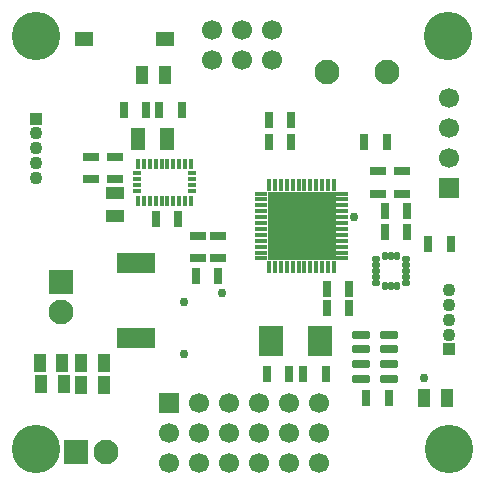
<source format=gts>
G04*
G04 #@! TF.GenerationSoftware,Altium Limited,Altium Designer,22.10.1 (41)*
G04*
G04 Layer_Color=8388736*
%FSLAX25Y25*%
%MOIN*%
G70*
G04*
G04 #@! TF.SameCoordinates,0245A464-56C0-4E7C-B2BA-3340792428E8*
G04*
G04*
G04 #@! TF.FilePolarity,Negative*
G04*
G01*
G75*
%ADD34R,0.12598X0.06772*%
%ADD35R,0.04213X0.06024*%
%ADD36R,0.01575X0.03248*%
%ADD37R,0.02854X0.01575*%
%ADD38R,0.03150X0.05512*%
G04:AMPARAMS|DCode=39|XSize=57.48mil|YSize=26.77mil|CornerRadius=4.52mil|HoleSize=0mil|Usage=FLASHONLY|Rotation=180.000|XOffset=0mil|YOffset=0mil|HoleType=Round|Shape=RoundedRectangle|*
%AMROUNDEDRECTD39*
21,1,0.05748,0.01774,0,0,180.0*
21,1,0.04845,0.02677,0,0,180.0*
1,1,0.00904,-0.02422,0.00887*
1,1,0.00904,0.02422,0.00887*
1,1,0.00904,0.02422,-0.00887*
1,1,0.00904,-0.02422,-0.00887*
%
%ADD39ROUNDEDRECTD39*%
G04:AMPARAMS|DCode=40|XSize=57.48mil|YSize=26.77mil|CornerRadius=4.62mil|HoleSize=0mil|Usage=FLASHONLY|Rotation=180.000|XOffset=0mil|YOffset=0mil|HoleType=Round|Shape=RoundedRectangle|*
%AMROUNDEDRECTD40*
21,1,0.05748,0.01753,0,0,180.0*
21,1,0.04824,0.02677,0,0,180.0*
1,1,0.00924,-0.02412,0.00876*
1,1,0.00924,0.02412,0.00876*
1,1,0.00924,0.02412,-0.00876*
1,1,0.00924,-0.02412,-0.00876*
%
%ADD40ROUNDEDRECTD40*%
G04:AMPARAMS|DCode=41|XSize=25.2mil|YSize=19.68mil|CornerRadius=4.68mil|HoleSize=0mil|Usage=FLASHONLY|Rotation=270.000|XOffset=0mil|YOffset=0mil|HoleType=Round|Shape=RoundedRectangle|*
%AMROUNDEDRECTD41*
21,1,0.02520,0.01034,0,0,270.0*
21,1,0.01585,0.01968,0,0,270.0*
1,1,0.00935,-0.00517,-0.00792*
1,1,0.00935,-0.00517,0.00792*
1,1,0.00935,0.00517,0.00792*
1,1,0.00935,0.00517,-0.00792*
%
%ADD41ROUNDEDRECTD41*%
G04:AMPARAMS|DCode=42|XSize=25.2mil|YSize=19.68mil|CornerRadius=4.68mil|HoleSize=0mil|Usage=FLASHONLY|Rotation=180.000|XOffset=0mil|YOffset=0mil|HoleType=Round|Shape=RoundedRectangle|*
%AMROUNDEDRECTD42*
21,1,0.02520,0.01034,0,0,180.0*
21,1,0.01585,0.01968,0,0,180.0*
1,1,0.00935,-0.00792,0.00517*
1,1,0.00935,0.00792,0.00517*
1,1,0.00935,0.00792,-0.00517*
1,1,0.00935,-0.00792,-0.00517*
%
%ADD42ROUNDEDRECTD42*%
%ADD43R,0.22638X0.22638*%
G04:AMPARAMS|DCode=44|XSize=40.16mil|YSize=16.54mil|CornerRadius=4.28mil|HoleSize=0mil|Usage=FLASHONLY|Rotation=90.000|XOffset=0mil|YOffset=0mil|HoleType=Round|Shape=RoundedRectangle|*
%AMROUNDEDRECTD44*
21,1,0.04016,0.00797,0,0,90.0*
21,1,0.03160,0.01654,0,0,90.0*
1,1,0.00856,0.00399,0.01580*
1,1,0.00856,0.00399,-0.01580*
1,1,0.00856,-0.00399,-0.01580*
1,1,0.00856,-0.00399,0.01580*
%
%ADD44ROUNDEDRECTD44*%
G04:AMPARAMS|DCode=45|XSize=40.16mil|YSize=16.54mil|CornerRadius=4.28mil|HoleSize=0mil|Usage=FLASHONLY|Rotation=180.000|XOffset=0mil|YOffset=0mil|HoleType=Round|Shape=RoundedRectangle|*
%AMROUNDEDRECTD45*
21,1,0.04016,0.00797,0,0,180.0*
21,1,0.03160,0.01654,0,0,180.0*
1,1,0.00856,-0.01580,0.00399*
1,1,0.00856,0.01580,0.00399*
1,1,0.00856,0.01580,-0.00399*
1,1,0.00856,-0.01580,-0.00399*
%
%ADD45ROUNDEDRECTD45*%
%ADD46R,0.08071X0.10039*%
%ADD47R,0.04528X0.07677*%
%ADD48R,0.06024X0.04213*%
%ADD49R,0.05512X0.03150*%
%ADD50R,0.06496X0.04528*%
%ADD51C,0.06693*%
%ADD52R,0.06693X0.06693*%
%ADD53C,0.16142*%
%ADD54R,0.08268X0.08268*%
%ADD55C,0.08268*%
%ADD56R,0.08268X0.08268*%
%ADD57R,0.06693X0.06693*%
%ADD58R,0.04331X0.04331*%
%ADD59C,0.04331*%
%ADD60C,0.02953*%
D34*
X43307Y46831D02*
D03*
Y72067D02*
D03*
D35*
X146890Y26772D02*
D03*
X139370D02*
D03*
X11594Y31496D02*
D03*
X19114D02*
D03*
X11201Y38583D02*
D03*
X18721D02*
D03*
X24980Y31102D02*
D03*
X32500D02*
D03*
X45236Y134646D02*
D03*
X52756D02*
D03*
X32500Y38583D02*
D03*
X24980D02*
D03*
D36*
X43898Y104971D02*
D03*
Y92667D02*
D03*
X45866D02*
D03*
X47835D02*
D03*
X49803D02*
D03*
X51772D02*
D03*
X53740D02*
D03*
X55709D02*
D03*
X57677D02*
D03*
X59646D02*
D03*
X61614D02*
D03*
Y104971D02*
D03*
X59646D02*
D03*
X57677D02*
D03*
X55709D02*
D03*
X53740D02*
D03*
X51772D02*
D03*
X49803D02*
D03*
X47835D02*
D03*
X45866D02*
D03*
D37*
X43652Y101772D02*
D03*
Y99803D02*
D03*
Y97835D02*
D03*
Y95866D02*
D03*
X61860D02*
D03*
Y97835D02*
D03*
Y99803D02*
D03*
Y101772D02*
D03*
D38*
X50984Y122835D02*
D03*
X58465D02*
D03*
X126772Y112205D02*
D03*
X119291D02*
D03*
X127559Y26772D02*
D03*
X120079D02*
D03*
X49803Y86614D02*
D03*
X57284D02*
D03*
X39173Y122835D02*
D03*
X46654D02*
D03*
X148228Y78347D02*
D03*
X140748D02*
D03*
X86811Y35039D02*
D03*
X94291D02*
D03*
X126181Y89370D02*
D03*
X133661D02*
D03*
X133661Y82284D02*
D03*
X126181D02*
D03*
X106496Y35039D02*
D03*
X99016D02*
D03*
X87598Y112205D02*
D03*
X95079D02*
D03*
X87598Y119685D02*
D03*
X95079D02*
D03*
X63189Y67716D02*
D03*
X70669D02*
D03*
X106890Y57087D02*
D03*
X114370D02*
D03*
X106890Y63386D02*
D03*
X114370D02*
D03*
D39*
X127559Y33268D02*
D03*
D40*
X118110D02*
D03*
X127559Y38189D02*
D03*
Y43110D02*
D03*
Y48031D02*
D03*
X118110D02*
D03*
Y43110D02*
D03*
Y38189D02*
D03*
D41*
X126378Y74252D02*
D03*
X128347D02*
D03*
X130315D02*
D03*
Y64331D02*
D03*
X128347D02*
D03*
X126378D02*
D03*
D42*
X133307Y73228D02*
D03*
Y71260D02*
D03*
Y69291D02*
D03*
Y67323D02*
D03*
Y65354D02*
D03*
X123386D02*
D03*
Y67323D02*
D03*
Y69291D02*
D03*
Y71260D02*
D03*
Y73228D02*
D03*
D43*
X98425Y84252D02*
D03*
D44*
X87598Y97756D02*
D03*
X89567D02*
D03*
X91535D02*
D03*
X93504D02*
D03*
X95472D02*
D03*
X97441D02*
D03*
X99409D02*
D03*
X101378D02*
D03*
X103347D02*
D03*
X105315D02*
D03*
X107283D02*
D03*
X109252D02*
D03*
Y70748D02*
D03*
X107283D02*
D03*
X105315D02*
D03*
X103347D02*
D03*
X101378D02*
D03*
X99409D02*
D03*
X97441D02*
D03*
X95472D02*
D03*
X93504D02*
D03*
X91535D02*
D03*
X89567D02*
D03*
X87598D02*
D03*
D45*
X84921Y73425D02*
D03*
Y75394D02*
D03*
Y77362D02*
D03*
Y79331D02*
D03*
Y81299D02*
D03*
Y83268D02*
D03*
Y85236D02*
D03*
Y87205D02*
D03*
Y89173D02*
D03*
Y91142D02*
D03*
Y93110D02*
D03*
Y95079D02*
D03*
X111929D02*
D03*
Y93110D02*
D03*
Y91142D02*
D03*
Y89173D02*
D03*
Y87205D02*
D03*
Y85236D02*
D03*
Y83268D02*
D03*
Y81299D02*
D03*
Y79331D02*
D03*
Y77362D02*
D03*
Y75394D02*
D03*
Y73425D02*
D03*
D46*
X88386Y46063D02*
D03*
X104527D02*
D03*
D47*
X43898Y113386D02*
D03*
X53740D02*
D03*
D48*
X36220Y95098D02*
D03*
Y87579D02*
D03*
D49*
X28346Y99803D02*
D03*
Y107283D02*
D03*
X36220Y99803D02*
D03*
Y107283D02*
D03*
X70473Y73425D02*
D03*
Y80905D02*
D03*
X63779Y73425D02*
D03*
Y80905D02*
D03*
X131890Y95079D02*
D03*
Y102559D02*
D03*
X124016Y95079D02*
D03*
Y102559D02*
D03*
D50*
X25870Y146457D02*
D03*
X52870D02*
D03*
D51*
X104114Y5118D02*
D03*
X94114D02*
D03*
X84114D02*
D03*
X74114D02*
D03*
X64114D02*
D03*
X54114D02*
D03*
Y15118D02*
D03*
X64114D02*
D03*
X74114D02*
D03*
X84114D02*
D03*
X94114D02*
D03*
X104114D02*
D03*
Y25118D02*
D03*
X94114D02*
D03*
X84114D02*
D03*
X74114D02*
D03*
X64114D02*
D03*
X147638Y106811D02*
D03*
Y116811D02*
D03*
Y126811D02*
D03*
X88740Y149488D02*
D03*
X78740D02*
D03*
X68740D02*
D03*
Y139488D02*
D03*
X78740D02*
D03*
X88740Y139488D02*
D03*
D52*
X54114Y25118D02*
D03*
D53*
X9843Y9843D02*
D03*
X147638D02*
D03*
X147244Y147638D02*
D03*
X9843D02*
D03*
D54*
X23228Y9055D02*
D03*
D55*
X33228D02*
D03*
X18110Y55748D02*
D03*
X107087Y135433D02*
D03*
X126772D02*
D03*
D56*
X18110Y65748D02*
D03*
D57*
X147638Y96811D02*
D03*
D58*
X9843Y120079D02*
D03*
X147638Y43110D02*
D03*
D59*
X9843Y115157D02*
D03*
Y110236D02*
D03*
Y105315D02*
D03*
Y100394D02*
D03*
X147638Y48031D02*
D03*
Y52953D02*
D03*
Y57874D02*
D03*
Y62795D02*
D03*
D60*
X139370Y33465D02*
D03*
X115945Y87205D02*
D03*
X59303Y41587D02*
D03*
Y59055D02*
D03*
X72047Y61811D02*
D03*
M02*

</source>
